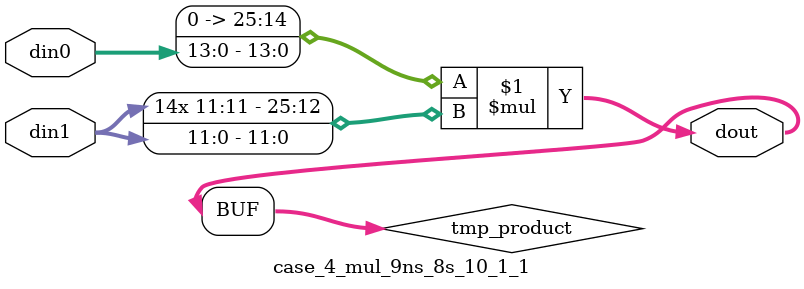
<source format=v>

`timescale 1 ns / 1 ps

 module case_4_mul_9ns_8s_10_1_1(din0, din1, dout);
parameter ID = 1;
parameter NUM_STAGE = 0;
parameter din0_WIDTH = 14;
parameter din1_WIDTH = 12;
parameter dout_WIDTH = 26;

input [din0_WIDTH - 1 : 0] din0; 
input [din1_WIDTH - 1 : 0] din1; 
output [dout_WIDTH - 1 : 0] dout;

wire signed [dout_WIDTH - 1 : 0] tmp_product;

























assign tmp_product = $signed({1'b0, din0}) * $signed(din1);










assign dout = tmp_product;





















endmodule

</source>
